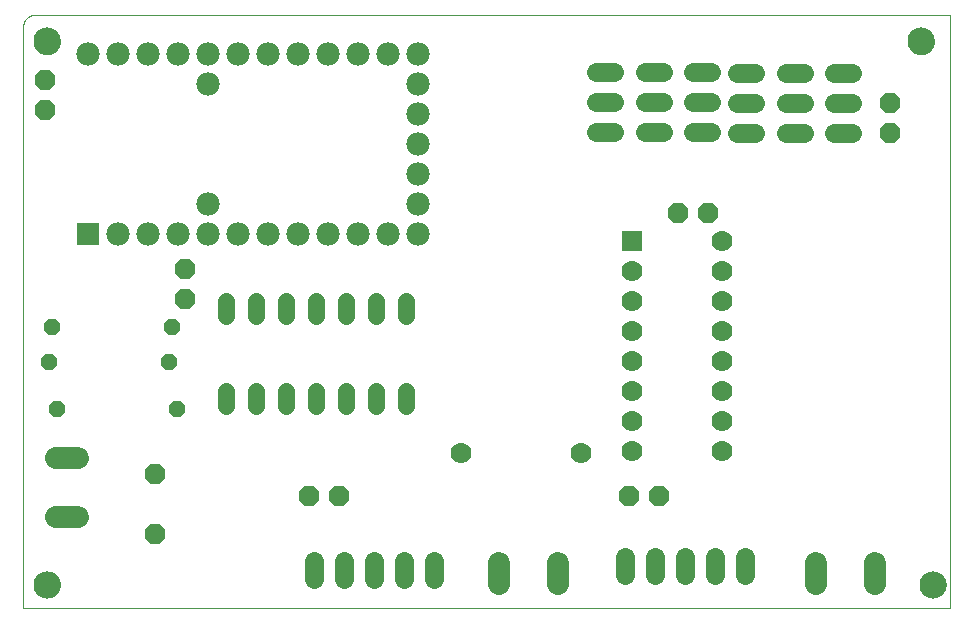
<source format=gbs>
G75*
%MOIN*%
%OFA0B0*%
%FSLAX25Y25*%
%IPPOS*%
%LPD*%
%AMOC8*
5,1,8,0,0,1.08239X$1,22.5*
%
%ADD10C,0.00000*%
%ADD11C,0.09061*%
%ADD12OC8,0.06700*%
%ADD13C,0.07000*%
%ADD14C,0.05600*%
%ADD15C,0.06400*%
%ADD16OC8,0.05600*%
%ADD17R,0.07000X0.07000*%
%ADD18C,0.07450*%
%ADD19C,0.06337*%
%ADD20R,0.07800X0.07800*%
%ADD21C,0.07800*%
D10*
X0003194Y0010283D02*
X0003194Y0204060D01*
X0003196Y0204185D01*
X0003202Y0204310D01*
X0003211Y0204434D01*
X0003225Y0204559D01*
X0003242Y0204682D01*
X0003263Y0204806D01*
X0003288Y0204928D01*
X0003317Y0205050D01*
X0003349Y0205171D01*
X0003385Y0205290D01*
X0003425Y0205409D01*
X0003468Y0205526D01*
X0003515Y0205642D01*
X0003565Y0205756D01*
X0003619Y0205869D01*
X0003677Y0205980D01*
X0003738Y0206089D01*
X0003802Y0206196D01*
X0003869Y0206301D01*
X0003940Y0206405D01*
X0004014Y0206505D01*
X0004090Y0206604D01*
X0004170Y0206700D01*
X0004253Y0206794D01*
X0004339Y0206885D01*
X0004427Y0206973D01*
X0004518Y0207059D01*
X0004612Y0207142D01*
X0004708Y0207222D01*
X0004807Y0207298D01*
X0004907Y0207372D01*
X0005011Y0207443D01*
X0005116Y0207510D01*
X0005223Y0207574D01*
X0005332Y0207635D01*
X0005443Y0207693D01*
X0005556Y0207747D01*
X0005670Y0207797D01*
X0005786Y0207844D01*
X0005903Y0207887D01*
X0006022Y0207927D01*
X0006141Y0207963D01*
X0006262Y0207995D01*
X0006384Y0208024D01*
X0006506Y0208049D01*
X0006630Y0208070D01*
X0006753Y0208087D01*
X0006878Y0208101D01*
X0007002Y0208110D01*
X0007127Y0208116D01*
X0007252Y0208118D01*
X0312131Y0208118D01*
X0312131Y0010283D01*
X0003194Y0010283D01*
X0006737Y0018157D02*
X0006739Y0018288D01*
X0006745Y0018420D01*
X0006755Y0018551D01*
X0006769Y0018682D01*
X0006787Y0018812D01*
X0006809Y0018941D01*
X0006834Y0019070D01*
X0006864Y0019198D01*
X0006898Y0019325D01*
X0006935Y0019452D01*
X0006976Y0019576D01*
X0007021Y0019700D01*
X0007070Y0019822D01*
X0007122Y0019943D01*
X0007178Y0020061D01*
X0007238Y0020179D01*
X0007301Y0020294D01*
X0007368Y0020407D01*
X0007438Y0020519D01*
X0007511Y0020628D01*
X0007587Y0020734D01*
X0007667Y0020839D01*
X0007750Y0020941D01*
X0007836Y0021040D01*
X0007925Y0021137D01*
X0008017Y0021231D01*
X0008112Y0021322D01*
X0008209Y0021411D01*
X0008309Y0021496D01*
X0008412Y0021578D01*
X0008517Y0021657D01*
X0008624Y0021733D01*
X0008734Y0021805D01*
X0008846Y0021874D01*
X0008960Y0021940D01*
X0009075Y0022002D01*
X0009193Y0022061D01*
X0009312Y0022116D01*
X0009433Y0022168D01*
X0009556Y0022215D01*
X0009680Y0022259D01*
X0009805Y0022300D01*
X0009931Y0022336D01*
X0010059Y0022369D01*
X0010187Y0022397D01*
X0010316Y0022422D01*
X0010446Y0022443D01*
X0010576Y0022460D01*
X0010707Y0022473D01*
X0010838Y0022482D01*
X0010969Y0022487D01*
X0011101Y0022488D01*
X0011232Y0022485D01*
X0011364Y0022478D01*
X0011495Y0022467D01*
X0011625Y0022452D01*
X0011755Y0022433D01*
X0011885Y0022410D01*
X0012013Y0022384D01*
X0012141Y0022353D01*
X0012268Y0022318D01*
X0012394Y0022280D01*
X0012518Y0022238D01*
X0012642Y0022192D01*
X0012763Y0022142D01*
X0012883Y0022089D01*
X0013002Y0022032D01*
X0013119Y0021972D01*
X0013233Y0021908D01*
X0013346Y0021840D01*
X0013457Y0021769D01*
X0013566Y0021695D01*
X0013672Y0021618D01*
X0013776Y0021537D01*
X0013877Y0021454D01*
X0013976Y0021367D01*
X0014072Y0021277D01*
X0014165Y0021184D01*
X0014256Y0021089D01*
X0014343Y0020991D01*
X0014428Y0020890D01*
X0014509Y0020787D01*
X0014587Y0020681D01*
X0014662Y0020573D01*
X0014734Y0020463D01*
X0014802Y0020351D01*
X0014867Y0020237D01*
X0014928Y0020120D01*
X0014986Y0020002D01*
X0015040Y0019882D01*
X0015091Y0019761D01*
X0015138Y0019638D01*
X0015181Y0019514D01*
X0015220Y0019389D01*
X0015256Y0019262D01*
X0015287Y0019134D01*
X0015315Y0019006D01*
X0015339Y0018877D01*
X0015359Y0018747D01*
X0015375Y0018616D01*
X0015387Y0018485D01*
X0015395Y0018354D01*
X0015399Y0018223D01*
X0015399Y0018091D01*
X0015395Y0017960D01*
X0015387Y0017829D01*
X0015375Y0017698D01*
X0015359Y0017567D01*
X0015339Y0017437D01*
X0015315Y0017308D01*
X0015287Y0017180D01*
X0015256Y0017052D01*
X0015220Y0016925D01*
X0015181Y0016800D01*
X0015138Y0016676D01*
X0015091Y0016553D01*
X0015040Y0016432D01*
X0014986Y0016312D01*
X0014928Y0016194D01*
X0014867Y0016077D01*
X0014802Y0015963D01*
X0014734Y0015851D01*
X0014662Y0015741D01*
X0014587Y0015633D01*
X0014509Y0015527D01*
X0014428Y0015424D01*
X0014343Y0015323D01*
X0014256Y0015225D01*
X0014165Y0015130D01*
X0014072Y0015037D01*
X0013976Y0014947D01*
X0013877Y0014860D01*
X0013776Y0014777D01*
X0013672Y0014696D01*
X0013566Y0014619D01*
X0013457Y0014545D01*
X0013346Y0014474D01*
X0013234Y0014406D01*
X0013119Y0014342D01*
X0013002Y0014282D01*
X0012883Y0014225D01*
X0012763Y0014172D01*
X0012642Y0014122D01*
X0012518Y0014076D01*
X0012394Y0014034D01*
X0012268Y0013996D01*
X0012141Y0013961D01*
X0012013Y0013930D01*
X0011885Y0013904D01*
X0011755Y0013881D01*
X0011625Y0013862D01*
X0011495Y0013847D01*
X0011364Y0013836D01*
X0011232Y0013829D01*
X0011101Y0013826D01*
X0010969Y0013827D01*
X0010838Y0013832D01*
X0010707Y0013841D01*
X0010576Y0013854D01*
X0010446Y0013871D01*
X0010316Y0013892D01*
X0010187Y0013917D01*
X0010059Y0013945D01*
X0009931Y0013978D01*
X0009805Y0014014D01*
X0009680Y0014055D01*
X0009556Y0014099D01*
X0009433Y0014146D01*
X0009312Y0014198D01*
X0009193Y0014253D01*
X0009075Y0014312D01*
X0008960Y0014374D01*
X0008846Y0014440D01*
X0008734Y0014509D01*
X0008624Y0014581D01*
X0008517Y0014657D01*
X0008412Y0014736D01*
X0008309Y0014818D01*
X0008209Y0014903D01*
X0008112Y0014992D01*
X0008017Y0015083D01*
X0007925Y0015177D01*
X0007836Y0015274D01*
X0007750Y0015373D01*
X0007667Y0015475D01*
X0007587Y0015580D01*
X0007511Y0015686D01*
X0007438Y0015795D01*
X0007368Y0015907D01*
X0007301Y0016020D01*
X0007238Y0016135D01*
X0007178Y0016253D01*
X0007122Y0016371D01*
X0007070Y0016492D01*
X0007021Y0016614D01*
X0006976Y0016738D01*
X0006935Y0016862D01*
X0006898Y0016989D01*
X0006864Y0017116D01*
X0006834Y0017244D01*
X0006809Y0017373D01*
X0006787Y0017502D01*
X0006769Y0017632D01*
X0006755Y0017763D01*
X0006745Y0017894D01*
X0006739Y0018026D01*
X0006737Y0018157D01*
X0006737Y0199260D02*
X0006739Y0199391D01*
X0006745Y0199523D01*
X0006755Y0199654D01*
X0006769Y0199785D01*
X0006787Y0199915D01*
X0006809Y0200044D01*
X0006834Y0200173D01*
X0006864Y0200301D01*
X0006898Y0200428D01*
X0006935Y0200555D01*
X0006976Y0200679D01*
X0007021Y0200803D01*
X0007070Y0200925D01*
X0007122Y0201046D01*
X0007178Y0201164D01*
X0007238Y0201282D01*
X0007301Y0201397D01*
X0007368Y0201510D01*
X0007438Y0201622D01*
X0007511Y0201731D01*
X0007587Y0201837D01*
X0007667Y0201942D01*
X0007750Y0202044D01*
X0007836Y0202143D01*
X0007925Y0202240D01*
X0008017Y0202334D01*
X0008112Y0202425D01*
X0008209Y0202514D01*
X0008309Y0202599D01*
X0008412Y0202681D01*
X0008517Y0202760D01*
X0008624Y0202836D01*
X0008734Y0202908D01*
X0008846Y0202977D01*
X0008960Y0203043D01*
X0009075Y0203105D01*
X0009193Y0203164D01*
X0009312Y0203219D01*
X0009433Y0203271D01*
X0009556Y0203318D01*
X0009680Y0203362D01*
X0009805Y0203403D01*
X0009931Y0203439D01*
X0010059Y0203472D01*
X0010187Y0203500D01*
X0010316Y0203525D01*
X0010446Y0203546D01*
X0010576Y0203563D01*
X0010707Y0203576D01*
X0010838Y0203585D01*
X0010969Y0203590D01*
X0011101Y0203591D01*
X0011232Y0203588D01*
X0011364Y0203581D01*
X0011495Y0203570D01*
X0011625Y0203555D01*
X0011755Y0203536D01*
X0011885Y0203513D01*
X0012013Y0203487D01*
X0012141Y0203456D01*
X0012268Y0203421D01*
X0012394Y0203383D01*
X0012518Y0203341D01*
X0012642Y0203295D01*
X0012763Y0203245D01*
X0012883Y0203192D01*
X0013002Y0203135D01*
X0013119Y0203075D01*
X0013233Y0203011D01*
X0013346Y0202943D01*
X0013457Y0202872D01*
X0013566Y0202798D01*
X0013672Y0202721D01*
X0013776Y0202640D01*
X0013877Y0202557D01*
X0013976Y0202470D01*
X0014072Y0202380D01*
X0014165Y0202287D01*
X0014256Y0202192D01*
X0014343Y0202094D01*
X0014428Y0201993D01*
X0014509Y0201890D01*
X0014587Y0201784D01*
X0014662Y0201676D01*
X0014734Y0201566D01*
X0014802Y0201454D01*
X0014867Y0201340D01*
X0014928Y0201223D01*
X0014986Y0201105D01*
X0015040Y0200985D01*
X0015091Y0200864D01*
X0015138Y0200741D01*
X0015181Y0200617D01*
X0015220Y0200492D01*
X0015256Y0200365D01*
X0015287Y0200237D01*
X0015315Y0200109D01*
X0015339Y0199980D01*
X0015359Y0199850D01*
X0015375Y0199719D01*
X0015387Y0199588D01*
X0015395Y0199457D01*
X0015399Y0199326D01*
X0015399Y0199194D01*
X0015395Y0199063D01*
X0015387Y0198932D01*
X0015375Y0198801D01*
X0015359Y0198670D01*
X0015339Y0198540D01*
X0015315Y0198411D01*
X0015287Y0198283D01*
X0015256Y0198155D01*
X0015220Y0198028D01*
X0015181Y0197903D01*
X0015138Y0197779D01*
X0015091Y0197656D01*
X0015040Y0197535D01*
X0014986Y0197415D01*
X0014928Y0197297D01*
X0014867Y0197180D01*
X0014802Y0197066D01*
X0014734Y0196954D01*
X0014662Y0196844D01*
X0014587Y0196736D01*
X0014509Y0196630D01*
X0014428Y0196527D01*
X0014343Y0196426D01*
X0014256Y0196328D01*
X0014165Y0196233D01*
X0014072Y0196140D01*
X0013976Y0196050D01*
X0013877Y0195963D01*
X0013776Y0195880D01*
X0013672Y0195799D01*
X0013566Y0195722D01*
X0013457Y0195648D01*
X0013346Y0195577D01*
X0013234Y0195509D01*
X0013119Y0195445D01*
X0013002Y0195385D01*
X0012883Y0195328D01*
X0012763Y0195275D01*
X0012642Y0195225D01*
X0012518Y0195179D01*
X0012394Y0195137D01*
X0012268Y0195099D01*
X0012141Y0195064D01*
X0012013Y0195033D01*
X0011885Y0195007D01*
X0011755Y0194984D01*
X0011625Y0194965D01*
X0011495Y0194950D01*
X0011364Y0194939D01*
X0011232Y0194932D01*
X0011101Y0194929D01*
X0010969Y0194930D01*
X0010838Y0194935D01*
X0010707Y0194944D01*
X0010576Y0194957D01*
X0010446Y0194974D01*
X0010316Y0194995D01*
X0010187Y0195020D01*
X0010059Y0195048D01*
X0009931Y0195081D01*
X0009805Y0195117D01*
X0009680Y0195158D01*
X0009556Y0195202D01*
X0009433Y0195249D01*
X0009312Y0195301D01*
X0009193Y0195356D01*
X0009075Y0195415D01*
X0008960Y0195477D01*
X0008846Y0195543D01*
X0008734Y0195612D01*
X0008624Y0195684D01*
X0008517Y0195760D01*
X0008412Y0195839D01*
X0008309Y0195921D01*
X0008209Y0196006D01*
X0008112Y0196095D01*
X0008017Y0196186D01*
X0007925Y0196280D01*
X0007836Y0196377D01*
X0007750Y0196476D01*
X0007667Y0196578D01*
X0007587Y0196683D01*
X0007511Y0196789D01*
X0007438Y0196898D01*
X0007368Y0197010D01*
X0007301Y0197123D01*
X0007238Y0197238D01*
X0007178Y0197356D01*
X0007122Y0197474D01*
X0007070Y0197595D01*
X0007021Y0197717D01*
X0006976Y0197841D01*
X0006935Y0197965D01*
X0006898Y0198092D01*
X0006864Y0198219D01*
X0006834Y0198347D01*
X0006809Y0198476D01*
X0006787Y0198605D01*
X0006769Y0198735D01*
X0006755Y0198866D01*
X0006745Y0198997D01*
X0006739Y0199129D01*
X0006737Y0199260D01*
X0298075Y0199260D02*
X0298077Y0199391D01*
X0298083Y0199523D01*
X0298093Y0199654D01*
X0298107Y0199785D01*
X0298125Y0199915D01*
X0298147Y0200044D01*
X0298172Y0200173D01*
X0298202Y0200301D01*
X0298236Y0200428D01*
X0298273Y0200555D01*
X0298314Y0200679D01*
X0298359Y0200803D01*
X0298408Y0200925D01*
X0298460Y0201046D01*
X0298516Y0201164D01*
X0298576Y0201282D01*
X0298639Y0201397D01*
X0298706Y0201510D01*
X0298776Y0201622D01*
X0298849Y0201731D01*
X0298925Y0201837D01*
X0299005Y0201942D01*
X0299088Y0202044D01*
X0299174Y0202143D01*
X0299263Y0202240D01*
X0299355Y0202334D01*
X0299450Y0202425D01*
X0299547Y0202514D01*
X0299647Y0202599D01*
X0299750Y0202681D01*
X0299855Y0202760D01*
X0299962Y0202836D01*
X0300072Y0202908D01*
X0300184Y0202977D01*
X0300298Y0203043D01*
X0300413Y0203105D01*
X0300531Y0203164D01*
X0300650Y0203219D01*
X0300771Y0203271D01*
X0300894Y0203318D01*
X0301018Y0203362D01*
X0301143Y0203403D01*
X0301269Y0203439D01*
X0301397Y0203472D01*
X0301525Y0203500D01*
X0301654Y0203525D01*
X0301784Y0203546D01*
X0301914Y0203563D01*
X0302045Y0203576D01*
X0302176Y0203585D01*
X0302307Y0203590D01*
X0302439Y0203591D01*
X0302570Y0203588D01*
X0302702Y0203581D01*
X0302833Y0203570D01*
X0302963Y0203555D01*
X0303093Y0203536D01*
X0303223Y0203513D01*
X0303351Y0203487D01*
X0303479Y0203456D01*
X0303606Y0203421D01*
X0303732Y0203383D01*
X0303856Y0203341D01*
X0303980Y0203295D01*
X0304101Y0203245D01*
X0304221Y0203192D01*
X0304340Y0203135D01*
X0304457Y0203075D01*
X0304571Y0203011D01*
X0304684Y0202943D01*
X0304795Y0202872D01*
X0304904Y0202798D01*
X0305010Y0202721D01*
X0305114Y0202640D01*
X0305215Y0202557D01*
X0305314Y0202470D01*
X0305410Y0202380D01*
X0305503Y0202287D01*
X0305594Y0202192D01*
X0305681Y0202094D01*
X0305766Y0201993D01*
X0305847Y0201890D01*
X0305925Y0201784D01*
X0306000Y0201676D01*
X0306072Y0201566D01*
X0306140Y0201454D01*
X0306205Y0201340D01*
X0306266Y0201223D01*
X0306324Y0201105D01*
X0306378Y0200985D01*
X0306429Y0200864D01*
X0306476Y0200741D01*
X0306519Y0200617D01*
X0306558Y0200492D01*
X0306594Y0200365D01*
X0306625Y0200237D01*
X0306653Y0200109D01*
X0306677Y0199980D01*
X0306697Y0199850D01*
X0306713Y0199719D01*
X0306725Y0199588D01*
X0306733Y0199457D01*
X0306737Y0199326D01*
X0306737Y0199194D01*
X0306733Y0199063D01*
X0306725Y0198932D01*
X0306713Y0198801D01*
X0306697Y0198670D01*
X0306677Y0198540D01*
X0306653Y0198411D01*
X0306625Y0198283D01*
X0306594Y0198155D01*
X0306558Y0198028D01*
X0306519Y0197903D01*
X0306476Y0197779D01*
X0306429Y0197656D01*
X0306378Y0197535D01*
X0306324Y0197415D01*
X0306266Y0197297D01*
X0306205Y0197180D01*
X0306140Y0197066D01*
X0306072Y0196954D01*
X0306000Y0196844D01*
X0305925Y0196736D01*
X0305847Y0196630D01*
X0305766Y0196527D01*
X0305681Y0196426D01*
X0305594Y0196328D01*
X0305503Y0196233D01*
X0305410Y0196140D01*
X0305314Y0196050D01*
X0305215Y0195963D01*
X0305114Y0195880D01*
X0305010Y0195799D01*
X0304904Y0195722D01*
X0304795Y0195648D01*
X0304684Y0195577D01*
X0304572Y0195509D01*
X0304457Y0195445D01*
X0304340Y0195385D01*
X0304221Y0195328D01*
X0304101Y0195275D01*
X0303980Y0195225D01*
X0303856Y0195179D01*
X0303732Y0195137D01*
X0303606Y0195099D01*
X0303479Y0195064D01*
X0303351Y0195033D01*
X0303223Y0195007D01*
X0303093Y0194984D01*
X0302963Y0194965D01*
X0302833Y0194950D01*
X0302702Y0194939D01*
X0302570Y0194932D01*
X0302439Y0194929D01*
X0302307Y0194930D01*
X0302176Y0194935D01*
X0302045Y0194944D01*
X0301914Y0194957D01*
X0301784Y0194974D01*
X0301654Y0194995D01*
X0301525Y0195020D01*
X0301397Y0195048D01*
X0301269Y0195081D01*
X0301143Y0195117D01*
X0301018Y0195158D01*
X0300894Y0195202D01*
X0300771Y0195249D01*
X0300650Y0195301D01*
X0300531Y0195356D01*
X0300413Y0195415D01*
X0300298Y0195477D01*
X0300184Y0195543D01*
X0300072Y0195612D01*
X0299962Y0195684D01*
X0299855Y0195760D01*
X0299750Y0195839D01*
X0299647Y0195921D01*
X0299547Y0196006D01*
X0299450Y0196095D01*
X0299355Y0196186D01*
X0299263Y0196280D01*
X0299174Y0196377D01*
X0299088Y0196476D01*
X0299005Y0196578D01*
X0298925Y0196683D01*
X0298849Y0196789D01*
X0298776Y0196898D01*
X0298706Y0197010D01*
X0298639Y0197123D01*
X0298576Y0197238D01*
X0298516Y0197356D01*
X0298460Y0197474D01*
X0298408Y0197595D01*
X0298359Y0197717D01*
X0298314Y0197841D01*
X0298273Y0197965D01*
X0298236Y0198092D01*
X0298202Y0198219D01*
X0298172Y0198347D01*
X0298147Y0198476D01*
X0298125Y0198605D01*
X0298107Y0198735D01*
X0298093Y0198866D01*
X0298083Y0198997D01*
X0298077Y0199129D01*
X0298075Y0199260D01*
X0302012Y0018157D02*
X0302014Y0018288D01*
X0302020Y0018420D01*
X0302030Y0018551D01*
X0302044Y0018682D01*
X0302062Y0018812D01*
X0302084Y0018941D01*
X0302109Y0019070D01*
X0302139Y0019198D01*
X0302173Y0019325D01*
X0302210Y0019452D01*
X0302251Y0019576D01*
X0302296Y0019700D01*
X0302345Y0019822D01*
X0302397Y0019943D01*
X0302453Y0020061D01*
X0302513Y0020179D01*
X0302576Y0020294D01*
X0302643Y0020407D01*
X0302713Y0020519D01*
X0302786Y0020628D01*
X0302862Y0020734D01*
X0302942Y0020839D01*
X0303025Y0020941D01*
X0303111Y0021040D01*
X0303200Y0021137D01*
X0303292Y0021231D01*
X0303387Y0021322D01*
X0303484Y0021411D01*
X0303584Y0021496D01*
X0303687Y0021578D01*
X0303792Y0021657D01*
X0303899Y0021733D01*
X0304009Y0021805D01*
X0304121Y0021874D01*
X0304235Y0021940D01*
X0304350Y0022002D01*
X0304468Y0022061D01*
X0304587Y0022116D01*
X0304708Y0022168D01*
X0304831Y0022215D01*
X0304955Y0022259D01*
X0305080Y0022300D01*
X0305206Y0022336D01*
X0305334Y0022369D01*
X0305462Y0022397D01*
X0305591Y0022422D01*
X0305721Y0022443D01*
X0305851Y0022460D01*
X0305982Y0022473D01*
X0306113Y0022482D01*
X0306244Y0022487D01*
X0306376Y0022488D01*
X0306507Y0022485D01*
X0306639Y0022478D01*
X0306770Y0022467D01*
X0306900Y0022452D01*
X0307030Y0022433D01*
X0307160Y0022410D01*
X0307288Y0022384D01*
X0307416Y0022353D01*
X0307543Y0022318D01*
X0307669Y0022280D01*
X0307793Y0022238D01*
X0307917Y0022192D01*
X0308038Y0022142D01*
X0308158Y0022089D01*
X0308277Y0022032D01*
X0308394Y0021972D01*
X0308508Y0021908D01*
X0308621Y0021840D01*
X0308732Y0021769D01*
X0308841Y0021695D01*
X0308947Y0021618D01*
X0309051Y0021537D01*
X0309152Y0021454D01*
X0309251Y0021367D01*
X0309347Y0021277D01*
X0309440Y0021184D01*
X0309531Y0021089D01*
X0309618Y0020991D01*
X0309703Y0020890D01*
X0309784Y0020787D01*
X0309862Y0020681D01*
X0309937Y0020573D01*
X0310009Y0020463D01*
X0310077Y0020351D01*
X0310142Y0020237D01*
X0310203Y0020120D01*
X0310261Y0020002D01*
X0310315Y0019882D01*
X0310366Y0019761D01*
X0310413Y0019638D01*
X0310456Y0019514D01*
X0310495Y0019389D01*
X0310531Y0019262D01*
X0310562Y0019134D01*
X0310590Y0019006D01*
X0310614Y0018877D01*
X0310634Y0018747D01*
X0310650Y0018616D01*
X0310662Y0018485D01*
X0310670Y0018354D01*
X0310674Y0018223D01*
X0310674Y0018091D01*
X0310670Y0017960D01*
X0310662Y0017829D01*
X0310650Y0017698D01*
X0310634Y0017567D01*
X0310614Y0017437D01*
X0310590Y0017308D01*
X0310562Y0017180D01*
X0310531Y0017052D01*
X0310495Y0016925D01*
X0310456Y0016800D01*
X0310413Y0016676D01*
X0310366Y0016553D01*
X0310315Y0016432D01*
X0310261Y0016312D01*
X0310203Y0016194D01*
X0310142Y0016077D01*
X0310077Y0015963D01*
X0310009Y0015851D01*
X0309937Y0015741D01*
X0309862Y0015633D01*
X0309784Y0015527D01*
X0309703Y0015424D01*
X0309618Y0015323D01*
X0309531Y0015225D01*
X0309440Y0015130D01*
X0309347Y0015037D01*
X0309251Y0014947D01*
X0309152Y0014860D01*
X0309051Y0014777D01*
X0308947Y0014696D01*
X0308841Y0014619D01*
X0308732Y0014545D01*
X0308621Y0014474D01*
X0308509Y0014406D01*
X0308394Y0014342D01*
X0308277Y0014282D01*
X0308158Y0014225D01*
X0308038Y0014172D01*
X0307917Y0014122D01*
X0307793Y0014076D01*
X0307669Y0014034D01*
X0307543Y0013996D01*
X0307416Y0013961D01*
X0307288Y0013930D01*
X0307160Y0013904D01*
X0307030Y0013881D01*
X0306900Y0013862D01*
X0306770Y0013847D01*
X0306639Y0013836D01*
X0306507Y0013829D01*
X0306376Y0013826D01*
X0306244Y0013827D01*
X0306113Y0013832D01*
X0305982Y0013841D01*
X0305851Y0013854D01*
X0305721Y0013871D01*
X0305591Y0013892D01*
X0305462Y0013917D01*
X0305334Y0013945D01*
X0305206Y0013978D01*
X0305080Y0014014D01*
X0304955Y0014055D01*
X0304831Y0014099D01*
X0304708Y0014146D01*
X0304587Y0014198D01*
X0304468Y0014253D01*
X0304350Y0014312D01*
X0304235Y0014374D01*
X0304121Y0014440D01*
X0304009Y0014509D01*
X0303899Y0014581D01*
X0303792Y0014657D01*
X0303687Y0014736D01*
X0303584Y0014818D01*
X0303484Y0014903D01*
X0303387Y0014992D01*
X0303292Y0015083D01*
X0303200Y0015177D01*
X0303111Y0015274D01*
X0303025Y0015373D01*
X0302942Y0015475D01*
X0302862Y0015580D01*
X0302786Y0015686D01*
X0302713Y0015795D01*
X0302643Y0015907D01*
X0302576Y0016020D01*
X0302513Y0016135D01*
X0302453Y0016253D01*
X0302397Y0016371D01*
X0302345Y0016492D01*
X0302296Y0016614D01*
X0302251Y0016738D01*
X0302210Y0016862D01*
X0302173Y0016989D01*
X0302139Y0017116D01*
X0302109Y0017244D01*
X0302084Y0017373D01*
X0302062Y0017502D01*
X0302044Y0017632D01*
X0302030Y0017763D01*
X0302020Y0017894D01*
X0302014Y0018026D01*
X0302012Y0018157D01*
D11*
X0306343Y0018157D03*
X0302406Y0199260D03*
X0011068Y0199260D03*
X0011068Y0018157D03*
D12*
X0047170Y0035126D03*
X0047170Y0055126D03*
X0098587Y0047567D03*
X0108587Y0047567D03*
X0205202Y0047567D03*
X0215202Y0047567D03*
X0221580Y0142055D03*
X0231580Y0142055D03*
X0292249Y0168551D03*
X0292249Y0178551D03*
X0056973Y0123433D03*
X0056973Y0113433D03*
X0010359Y0176425D03*
X0010359Y0186425D03*
D13*
X0149099Y0061937D03*
X0189099Y0061937D03*
X0206028Y0062606D03*
X0206028Y0072606D03*
X0206028Y0082606D03*
X0206028Y0092606D03*
X0206028Y0102606D03*
X0206028Y0112606D03*
X0206028Y0122606D03*
X0236028Y0122606D03*
X0236028Y0112606D03*
X0236028Y0102606D03*
X0236028Y0092606D03*
X0236028Y0082606D03*
X0236028Y0072606D03*
X0236028Y0062606D03*
X0236028Y0132606D03*
D14*
X0130910Y0112765D02*
X0130910Y0107565D01*
X0120910Y0107565D02*
X0120910Y0112765D01*
X0110910Y0112765D02*
X0110910Y0107565D01*
X0100910Y0107565D02*
X0100910Y0112765D01*
X0090910Y0112765D02*
X0090910Y0107565D01*
X0080910Y0107565D02*
X0080910Y0112765D01*
X0070910Y0112765D02*
X0070910Y0107565D01*
X0070910Y0082765D02*
X0070910Y0077565D01*
X0080910Y0077565D02*
X0080910Y0082765D01*
X0090910Y0082765D02*
X0090910Y0077565D01*
X0100910Y0077565D02*
X0100910Y0082765D01*
X0110910Y0082765D02*
X0110910Y0077565D01*
X0120910Y0077565D02*
X0120910Y0082765D01*
X0130910Y0082765D02*
X0130910Y0077565D01*
D15*
X0194209Y0168984D02*
X0200209Y0168984D01*
X0210391Y0168984D02*
X0216391Y0168984D01*
X0226572Y0168984D02*
X0232572Y0168984D01*
X0241217Y0168551D02*
X0247217Y0168551D01*
X0257398Y0168551D02*
X0263398Y0168551D01*
X0273580Y0168551D02*
X0279580Y0168551D01*
X0279580Y0178551D02*
X0273580Y0178551D01*
X0263398Y0178551D02*
X0257398Y0178551D01*
X0247217Y0178551D02*
X0241217Y0178551D01*
X0232572Y0178984D02*
X0226572Y0178984D01*
X0216391Y0178984D02*
X0210391Y0178984D01*
X0200209Y0178984D02*
X0194209Y0178984D01*
X0194209Y0188984D02*
X0200209Y0188984D01*
X0210391Y0188984D02*
X0216391Y0188984D01*
X0226572Y0188984D02*
X0232572Y0188984D01*
X0241217Y0188551D02*
X0247217Y0188551D01*
X0257398Y0188551D02*
X0263398Y0188551D01*
X0273580Y0188551D02*
X0279580Y0188551D01*
D16*
X0054493Y0076504D03*
X0051737Y0092252D03*
X0052918Y0104063D03*
X0012918Y0104063D03*
X0011737Y0092252D03*
X0014493Y0076504D03*
D17*
X0206028Y0132606D03*
D18*
X0181619Y0025462D02*
X0181619Y0018412D01*
X0161934Y0018412D02*
X0161934Y0025462D01*
X0267603Y0025462D02*
X0267603Y0018412D01*
X0287288Y0018412D02*
X0287288Y0025462D01*
X0021325Y0040717D02*
X0014275Y0040717D01*
X0014275Y0060402D02*
X0021325Y0060402D01*
D19*
X0100044Y0025969D02*
X0100044Y0020031D01*
X0110044Y0020031D02*
X0110044Y0025969D01*
X0120044Y0025969D02*
X0120044Y0020031D01*
X0130044Y0020031D02*
X0130044Y0025969D01*
X0140044Y0025969D02*
X0140044Y0020031D01*
X0203824Y0021331D02*
X0203824Y0027268D01*
X0213824Y0027268D02*
X0213824Y0021331D01*
X0223824Y0021331D02*
X0223824Y0027268D01*
X0233824Y0027268D02*
X0233824Y0021331D01*
X0243824Y0021331D02*
X0243824Y0027268D01*
D20*
X0024729Y0135087D03*
D21*
X0034729Y0135087D03*
X0044729Y0135087D03*
X0054729Y0135087D03*
X0064729Y0135087D03*
X0074729Y0135087D03*
X0084729Y0135087D03*
X0094729Y0135087D03*
X0104729Y0135087D03*
X0114729Y0135087D03*
X0124729Y0135087D03*
X0134729Y0135087D03*
X0134729Y0145087D03*
X0134729Y0155087D03*
X0134729Y0165087D03*
X0134729Y0175087D03*
X0134729Y0185087D03*
X0134729Y0195087D03*
X0124729Y0195087D03*
X0114729Y0195087D03*
X0104729Y0195087D03*
X0094729Y0195087D03*
X0084729Y0195087D03*
X0074729Y0195087D03*
X0064729Y0195087D03*
X0054729Y0195087D03*
X0044729Y0195087D03*
X0034729Y0195087D03*
X0024729Y0195087D03*
X0064729Y0185087D03*
X0064729Y0145087D03*
M02*

</source>
